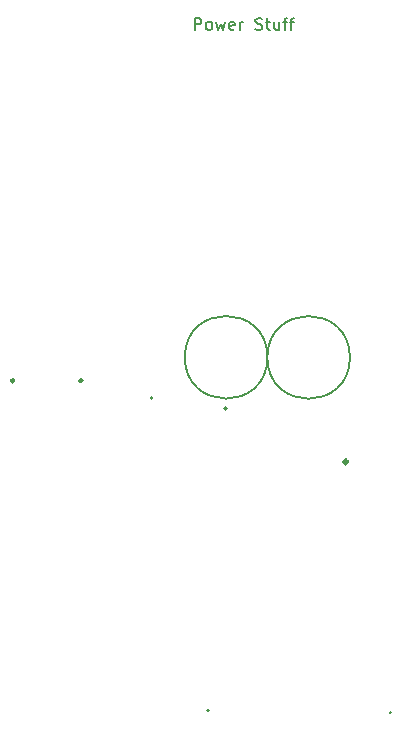
<source format=gbr>
%TF.GenerationSoftware,KiCad,Pcbnew,8.0.6*%
%TF.CreationDate,2024-11-15T11:24:47+01:00*%
%TF.ProjectId,ares-parachute-board,61726573-2d70-4617-9261-63687574652d,rev?*%
%TF.SameCoordinates,Original*%
%TF.FileFunction,Other,Comment*%
%FSLAX46Y46*%
G04 Gerber Fmt 4.6, Leading zero omitted, Abs format (unit mm)*
G04 Created by KiCad (PCBNEW 8.0.6) date 2024-11-15 11:24:47*
%MOMM*%
%LPD*%
G01*
G04 APERTURE LIST*
%ADD10C,0.150000*%
%ADD11C,0.250000*%
%ADD12C,0.300000*%
%ADD13C,0.200000*%
G04 APERTURE END LIST*
D10*
X22336785Y111330189D02*
X22336785Y112330189D01*
X22336785Y112330189D02*
X22717737Y112330189D01*
X22717737Y112330189D02*
X22812975Y112282570D01*
X22812975Y112282570D02*
X22860594Y112234951D01*
X22860594Y112234951D02*
X22908213Y112139713D01*
X22908213Y112139713D02*
X22908213Y111996856D01*
X22908213Y111996856D02*
X22860594Y111901618D01*
X22860594Y111901618D02*
X22812975Y111853999D01*
X22812975Y111853999D02*
X22717737Y111806380D01*
X22717737Y111806380D02*
X22336785Y111806380D01*
X23479642Y111330189D02*
X23384404Y111377808D01*
X23384404Y111377808D02*
X23336785Y111425428D01*
X23336785Y111425428D02*
X23289166Y111520666D01*
X23289166Y111520666D02*
X23289166Y111806380D01*
X23289166Y111806380D02*
X23336785Y111901618D01*
X23336785Y111901618D02*
X23384404Y111949237D01*
X23384404Y111949237D02*
X23479642Y111996856D01*
X23479642Y111996856D02*
X23622499Y111996856D01*
X23622499Y111996856D02*
X23717737Y111949237D01*
X23717737Y111949237D02*
X23765356Y111901618D01*
X23765356Y111901618D02*
X23812975Y111806380D01*
X23812975Y111806380D02*
X23812975Y111520666D01*
X23812975Y111520666D02*
X23765356Y111425428D01*
X23765356Y111425428D02*
X23717737Y111377808D01*
X23717737Y111377808D02*
X23622499Y111330189D01*
X23622499Y111330189D02*
X23479642Y111330189D01*
X24146309Y111996856D02*
X24336785Y111330189D01*
X24336785Y111330189D02*
X24527261Y111806380D01*
X24527261Y111806380D02*
X24717737Y111330189D01*
X24717737Y111330189D02*
X24908213Y111996856D01*
X25670118Y111377808D02*
X25574880Y111330189D01*
X25574880Y111330189D02*
X25384404Y111330189D01*
X25384404Y111330189D02*
X25289166Y111377808D01*
X25289166Y111377808D02*
X25241547Y111473047D01*
X25241547Y111473047D02*
X25241547Y111853999D01*
X25241547Y111853999D02*
X25289166Y111949237D01*
X25289166Y111949237D02*
X25384404Y111996856D01*
X25384404Y111996856D02*
X25574880Y111996856D01*
X25574880Y111996856D02*
X25670118Y111949237D01*
X25670118Y111949237D02*
X25717737Y111853999D01*
X25717737Y111853999D02*
X25717737Y111758761D01*
X25717737Y111758761D02*
X25241547Y111663523D01*
X26146309Y111330189D02*
X26146309Y111996856D01*
X26146309Y111806380D02*
X26193928Y111901618D01*
X26193928Y111901618D02*
X26241547Y111949237D01*
X26241547Y111949237D02*
X26336785Y111996856D01*
X26336785Y111996856D02*
X26432023Y111996856D01*
X27479643Y111377808D02*
X27622500Y111330189D01*
X27622500Y111330189D02*
X27860595Y111330189D01*
X27860595Y111330189D02*
X27955833Y111377808D01*
X27955833Y111377808D02*
X28003452Y111425428D01*
X28003452Y111425428D02*
X28051071Y111520666D01*
X28051071Y111520666D02*
X28051071Y111615904D01*
X28051071Y111615904D02*
X28003452Y111711142D01*
X28003452Y111711142D02*
X27955833Y111758761D01*
X27955833Y111758761D02*
X27860595Y111806380D01*
X27860595Y111806380D02*
X27670119Y111853999D01*
X27670119Y111853999D02*
X27574881Y111901618D01*
X27574881Y111901618D02*
X27527262Y111949237D01*
X27527262Y111949237D02*
X27479643Y112044475D01*
X27479643Y112044475D02*
X27479643Y112139713D01*
X27479643Y112139713D02*
X27527262Y112234951D01*
X27527262Y112234951D02*
X27574881Y112282570D01*
X27574881Y112282570D02*
X27670119Y112330189D01*
X27670119Y112330189D02*
X27908214Y112330189D01*
X27908214Y112330189D02*
X28051071Y112282570D01*
X28336786Y111996856D02*
X28717738Y111996856D01*
X28479643Y112330189D02*
X28479643Y111473047D01*
X28479643Y111473047D02*
X28527262Y111377808D01*
X28527262Y111377808D02*
X28622500Y111330189D01*
X28622500Y111330189D02*
X28717738Y111330189D01*
X29479643Y111996856D02*
X29479643Y111330189D01*
X29051072Y111996856D02*
X29051072Y111473047D01*
X29051072Y111473047D02*
X29098691Y111377808D01*
X29098691Y111377808D02*
X29193929Y111330189D01*
X29193929Y111330189D02*
X29336786Y111330189D01*
X29336786Y111330189D02*
X29432024Y111377808D01*
X29432024Y111377808D02*
X29479643Y111425428D01*
X29812977Y111996856D02*
X30193929Y111996856D01*
X29955834Y111330189D02*
X29955834Y112187332D01*
X29955834Y112187332D02*
X30003453Y112282570D01*
X30003453Y112282570D02*
X30098691Y112330189D01*
X30098691Y112330189D02*
X30193929Y112330189D01*
X30384406Y111996856D02*
X30765358Y111996856D01*
X30527263Y111330189D02*
X30527263Y112187332D01*
X30527263Y112187332D02*
X30574882Y112282570D01*
X30574882Y112282570D02*
X30670120Y112330189D01*
X30670120Y112330189D02*
X30765358Y112330189D01*
D11*
%TO.C,USB1*%
X12810006Y81615008D02*
G75*
G02*
X12570006Y81615008I-120000J0D01*
G01*
X12570006Y81615008D02*
G75*
G02*
X12810006Y81615008I120000J0D01*
G01*
X7030006Y81615008D02*
G75*
G02*
X6790006Y81615008I-120000J0D01*
G01*
X6790006Y81615008D02*
G75*
G02*
X7030006Y81615008I120000J0D01*
G01*
D10*
%TO.C,REF\u002A\u002A*%
X28500006Y83600008D02*
G75*
G02*
X21500006Y83600008I-3500000J0D01*
G01*
X21500006Y83600008D02*
G75*
G02*
X28500006Y83600008I3500000J0D01*
G01*
X35485006Y83586008D02*
G75*
G02*
X28485006Y83586008I-3500000J0D01*
G01*
X28485006Y83586008D02*
G75*
G02*
X35485006Y83586008I3500000J0D01*
G01*
%TO.C,U7*%
X38970006Y53495008D02*
G75*
G02*
X38830006Y53495008I-70000J0D01*
G01*
X38830006Y53495008D02*
G75*
G02*
X38970006Y53495008I70000J0D01*
G01*
%TO.C,U5*%
X23545006Y53675008D02*
G75*
G02*
X23405006Y53675008I-70000J0D01*
G01*
X23405006Y53675008D02*
G75*
G02*
X23545006Y53675008I70000J0D01*
G01*
D12*
%TO.C,U4*%
X35260006Y74750008D02*
G75*
G02*
X34960006Y74750008I-150000J0D01*
G01*
X34960006Y74750008D02*
G75*
G02*
X35260006Y74750008I150000J0D01*
G01*
D13*
%TO.C,U1*%
X25050006Y79250008D02*
G75*
G02*
X24850006Y79250008I-100000J0D01*
G01*
X24850006Y79250008D02*
G75*
G02*
X25050006Y79250008I100000J0D01*
G01*
%TO.C,U2*%
X18780006Y80150008D02*
G75*
G02*
X18580006Y80150008I-100000J0D01*
G01*
X18580006Y80150008D02*
G75*
G02*
X18780006Y80150008I100000J0D01*
G01*
%TD*%
M02*

</source>
